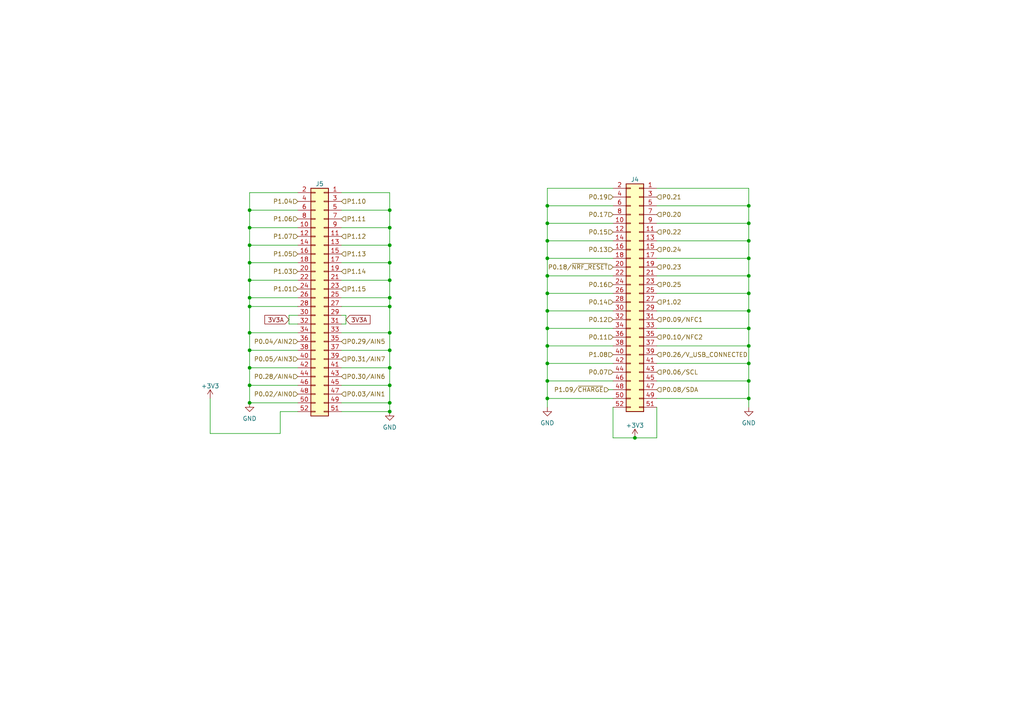
<source format=kicad_sch>
(kicad_sch (version 20230121) (generator eeschema)

  (uuid d777fe18-795b-466a-b9ab-4c1ec28d41a7)

  (paper "A4")

  (title_block
    (title "Board To Board Connectors")
    (rev "3")
    (company "Kane Stoboi")
  )

  (lib_symbols
    (symbol "Connector_Generic:Conn_02x26_Odd_Even" (pin_names (offset 1.016) hide) (in_bom yes) (on_board yes)
      (property "Reference" "J" (at 1.27 33.02 0)
        (effects (font (size 1.27 1.27)))
      )
      (property "Value" "Conn_02x26_Odd_Even" (at 1.27 -35.56 0)
        (effects (font (size 1.27 1.27)))
      )
      (property "Footprint" "" (at 0 0 0)
        (effects (font (size 1.27 1.27)) hide)
      )
      (property "Datasheet" "~" (at 0 0 0)
        (effects (font (size 1.27 1.27)) hide)
      )
      (property "ki_keywords" "connector" (at 0 0 0)
        (effects (font (size 1.27 1.27)) hide)
      )
      (property "ki_description" "Generic connector, double row, 02x26, odd/even pin numbering scheme (row 1 odd numbers, row 2 even numbers), script generated (kicad-library-utils/schlib/autogen/connector/)" (at 0 0 0)
        (effects (font (size 1.27 1.27)) hide)
      )
      (property "ki_fp_filters" "Connector*:*_2x??_*" (at 0 0 0)
        (effects (font (size 1.27 1.27)) hide)
      )
      (symbol "Conn_02x26_Odd_Even_1_1"
        (rectangle (start -1.27 -32.893) (end 0 -33.147)
          (stroke (width 0.1524) (type default))
          (fill (type none))
        )
        (rectangle (start -1.27 -30.353) (end 0 -30.607)
          (stroke (width 0.1524) (type default))
          (fill (type none))
        )
        (rectangle (start -1.27 -27.813) (end 0 -28.067)
          (stroke (width 0.1524) (type default))
          (fill (type none))
        )
        (rectangle (start -1.27 -25.273) (end 0 -25.527)
          (stroke (width 0.1524) (type default))
          (fill (type none))
        )
        (rectangle (start -1.27 -22.733) (end 0 -22.987)
          (stroke (width 0.1524) (type default))
          (fill (type none))
        )
        (rectangle (start -1.27 -20.193) (end 0 -20.447)
          (stroke (width 0.1524) (type default))
          (fill (type none))
        )
        (rectangle (start -1.27 -17.653) (end 0 -17.907)
          (stroke (width 0.1524) (type default))
          (fill (type none))
        )
        (rectangle (start -1.27 -15.113) (end 0 -15.367)
          (stroke (width 0.1524) (type default))
          (fill (type none))
        )
        (rectangle (start -1.27 -12.573) (end 0 -12.827)
          (stroke (width 0.1524) (type default))
          (fill (type none))
        )
        (rectangle (start -1.27 -10.033) (end 0 -10.287)
          (stroke (width 0.1524) (type default))
          (fill (type none))
        )
        (rectangle (start -1.27 -7.493) (end 0 -7.747)
          (stroke (width 0.1524) (type default))
          (fill (type none))
        )
        (rectangle (start -1.27 -4.953) (end 0 -5.207)
          (stroke (width 0.1524) (type default))
          (fill (type none))
        )
        (rectangle (start -1.27 -2.413) (end 0 -2.667)
          (stroke (width 0.1524) (type default))
          (fill (type none))
        )
        (rectangle (start -1.27 0.127) (end 0 -0.127)
          (stroke (width 0.1524) (type default))
          (fill (type none))
        )
        (rectangle (start -1.27 2.667) (end 0 2.413)
          (stroke (width 0.1524) (type default))
          (fill (type none))
        )
        (rectangle (start -1.27 5.207) (end 0 4.953)
          (stroke (width 0.1524) (type default))
          (fill (type none))
        )
        (rectangle (start -1.27 7.747) (end 0 7.493)
          (stroke (width 0.1524) (type default))
          (fill (type none))
        )
        (rectangle (start -1.27 10.287) (end 0 10.033)
          (stroke (width 0.1524) (type default))
          (fill (type none))
        )
        (rectangle (start -1.27 12.827) (end 0 12.573)
          (stroke (width 0.1524) (type default))
          (fill (type none))
        )
        (rectangle (start -1.27 15.367) (end 0 15.113)
          (stroke (width 0.1524) (type default))
          (fill (type none))
        )
        (rectangle (start -1.27 17.907) (end 0 17.653)
          (stroke (width 0.1524) (type default))
          (fill (type none))
        )
        (rectangle (start -1.27 20.447) (end 0 20.193)
          (stroke (width 0.1524) (type default))
          (fill (type none))
        )
        (rectangle (start -1.27 22.987) (end 0 22.733)
          (stroke (width 0.1524) (type default))
          (fill (type none))
        )
        (rectangle (start -1.27 25.527) (end 0 25.273)
          (stroke (width 0.1524) (type default))
          (fill (type none))
        )
        (rectangle (start -1.27 28.067) (end 0 27.813)
          (stroke (width 0.1524) (type default))
          (fill (type none))
        )
        (rectangle (start -1.27 30.607) (end 0 30.353)
          (stroke (width 0.1524) (type default))
          (fill (type none))
        )
        (rectangle (start -1.27 31.75) (end 3.81 -34.29)
          (stroke (width 0.254) (type default))
          (fill (type background))
        )
        (rectangle (start 3.81 -32.893) (end 2.54 -33.147)
          (stroke (width 0.1524) (type default))
          (fill (type none))
        )
        (rectangle (start 3.81 -30.353) (end 2.54 -30.607)
          (stroke (width 0.1524) (type default))
          (fill (type none))
        )
        (rectangle (start 3.81 -27.813) (end 2.54 -28.067)
          (stroke (width 0.1524) (type default))
          (fill (type none))
        )
        (rectangle (start 3.81 -25.273) (end 2.54 -25.527)
          (stroke (width 0.1524) (type default))
          (fill (type none))
        )
        (rectangle (start 3.81 -22.733) (end 2.54 -22.987)
          (stroke (width 0.1524) (type default))
          (fill (type none))
        )
        (rectangle (start 3.81 -20.193) (end 2.54 -20.447)
          (stroke (width 0.1524) (type default))
          (fill (type none))
        )
        (rectangle (start 3.81 -17.653) (end 2.54 -17.907)
          (stroke (width 0.1524) (type default))
          (fill (type none))
        )
        (rectangle (start 3.81 -15.113) (end 2.54 -15.367)
          (stroke (width 0.1524) (type default))
          (fill (type none))
        )
        (rectangle (start 3.81 -12.573) (end 2.54 -12.827)
          (stroke (width 0.1524) (type default))
          (fill (type none))
        )
        (rectangle (start 3.81 -10.033) (end 2.54 -10.287)
          (stroke (width 0.1524) (type default))
          (fill (type none))
        )
        (rectangle (start 3.81 -7.493) (end 2.54 -7.747)
          (stroke (width 0.1524) (type default))
          (fill (type none))
        )
        (rectangle (start 3.81 -4.953) (end 2.54 -5.207)
          (stroke (width 0.1524) (type default))
          (fill (type none))
        )
        (rectangle (start 3.81 -2.413) (end 2.54 -2.667)
          (stroke (width 0.1524) (type default))
          (fill (type none))
        )
        (rectangle (start 3.81 0.127) (end 2.54 -0.127)
          (stroke (width 0.1524) (type default))
          (fill (type none))
        )
        (rectangle (start 3.81 2.667) (end 2.54 2.413)
          (stroke (width 0.1524) (type default))
          (fill (type none))
        )
        (rectangle (start 3.81 5.207) (end 2.54 4.953)
          (stroke (width 0.1524) (type default))
          (fill (type none))
        )
        (rectangle (start 3.81 7.747) (end 2.54 7.493)
          (stroke (width 0.1524) (type default))
          (fill (type none))
        )
        (rectangle (start 3.81 10.287) (end 2.54 10.033)
          (stroke (width 0.1524) (type default))
          (fill (type none))
        )
        (rectangle (start 3.81 12.827) (end 2.54 12.573)
          (stroke (width 0.1524) (type default))
          (fill (type none))
        )
        (rectangle (start 3.81 15.367) (end 2.54 15.113)
          (stroke (width 0.1524) (type default))
          (fill (type none))
        )
        (rectangle (start 3.81 17.907) (end 2.54 17.653)
          (stroke (width 0.1524) (type default))
          (fill (type none))
        )
        (rectangle (start 3.81 20.447) (end 2.54 20.193)
          (stroke (width 0.1524) (type default))
          (fill (type none))
        )
        (rectangle (start 3.81 22.987) (end 2.54 22.733)
          (stroke (width 0.1524) (type default))
          (fill (type none))
        )
        (rectangle (start 3.81 25.527) (end 2.54 25.273)
          (stroke (width 0.1524) (type default))
          (fill (type none))
        )
        (rectangle (start 3.81 28.067) (end 2.54 27.813)
          (stroke (width 0.1524) (type default))
          (fill (type none))
        )
        (rectangle (start 3.81 30.607) (end 2.54 30.353)
          (stroke (width 0.1524) (type default))
          (fill (type none))
        )
        (pin passive line (at -5.08 30.48 0) (length 3.81)
          (name "Pin_1" (effects (font (size 1.27 1.27))))
          (number "1" (effects (font (size 1.27 1.27))))
        )
        (pin passive line (at 7.62 20.32 180) (length 3.81)
          (name "Pin_10" (effects (font (size 1.27 1.27))))
          (number "10" (effects (font (size 1.27 1.27))))
        )
        (pin passive line (at -5.08 17.78 0) (length 3.81)
          (name "Pin_11" (effects (font (size 1.27 1.27))))
          (number "11" (effects (font (size 1.27 1.27))))
        )
        (pin passive line (at 7.62 17.78 180) (length 3.81)
          (name "Pin_12" (effects (font (size 1.27 1.27))))
          (number "12" (effects (font (size 1.27 1.27))))
        )
        (pin passive line (at -5.08 15.24 0) (length 3.81)
          (name "Pin_13" (effects (font (size 1.27 1.27))))
          (number "13" (effects (font (size 1.27 1.27))))
        )
        (pin passive line (at 7.62 15.24 180) (length 3.81)
          (name "Pin_14" (effects (font (size 1.27 1.27))))
          (number "14" (effects (font (size 1.27 1.27))))
        )
        (pin passive line (at -5.08 12.7 0) (length 3.81)
          (name "Pin_15" (effects (font (size 1.27 1.27))))
          (number "15" (effects (font (size 1.27 1.27))))
        )
        (pin passive line (at 7.62 12.7 180) (length 3.81)
          (name "Pin_16" (effects (font (size 1.27 1.27))))
          (number "16" (effects (font (size 1.27 1.27))))
        )
        (pin passive line (at -5.08 10.16 0) (length 3.81)
          (name "Pin_17" (effects (font (size 1.27 1.27))))
          (number "17" (effects (font (size 1.27 1.27))))
        )
        (pin passive line (at 7.62 10.16 180) (length 3.81)
          (name "Pin_18" (effects (font (size 1.27 1.27))))
          (number "18" (effects (font (size 1.27 1.27))))
        )
        (pin passive line (at -5.08 7.62 0) (length 3.81)
          (name "Pin_19" (effects (font (size 1.27 1.27))))
          (number "19" (effects (font (size 1.27 1.27))))
        )
        (pin passive line (at 7.62 30.48 180) (length 3.81)
          (name "Pin_2" (effects (font (size 1.27 1.27))))
          (number "2" (effects (font (size 1.27 1.27))))
        )
        (pin passive line (at 7.62 7.62 180) (length 3.81)
          (name "Pin_20" (effects (font (size 1.27 1.27))))
          (number "20" (effects (font (size 1.27 1.27))))
        )
        (pin passive line (at -5.08 5.08 0) (length 3.81)
          (name "Pin_21" (effects (font (size 1.27 1.27))))
          (number "21" (effects (font (size 1.27 1.27))))
        )
        (pin passive line (at 7.62 5.08 180) (length 3.81)
          (name "Pin_22" (effects (font (size 1.27 1.27))))
          (number "22" (effects (font (size 1.27 1.27))))
        )
        (pin passive line (at -5.08 2.54 0) (length 3.81)
          (name "Pin_23" (effects (font (size 1.27 1.27))))
          (number "23" (effects (font (size 1.27 1.27))))
        )
        (pin passive line (at 7.62 2.54 180) (length 3.81)
          (name "Pin_24" (effects (font (size 1.27 1.27))))
          (number "24" (effects (font (size 1.27 1.27))))
        )
        (pin passive line (at -5.08 0 0) (length 3.81)
          (name "Pin_25" (effects (font (size 1.27 1.27))))
          (number "25" (effects (font (size 1.27 1.27))))
        )
        (pin passive line (at 7.62 0 180) (length 3.81)
          (name "Pin_26" (effects (font (size 1.27 1.27))))
          (number "26" (effects (font (size 1.27 1.27))))
        )
        (pin passive line (at -5.08 -2.54 0) (length 3.81)
          (name "Pin_27" (effects (font (size 1.27 1.27))))
          (number "27" (effects (font (size 1.27 1.27))))
        )
        (pin passive line (at 7.62 -2.54 180) (length 3.81)
          (name "Pin_28" (effects (font (size 1.27 1.27))))
          (number "28" (effects (font (size 1.27 1.27))))
        )
        (pin passive line (at -5.08 -5.08 0) (length 3.81)
          (name "Pin_29" (effects (font (size 1.27 1.27))))
          (number "29" (effects (font (size 1.27 1.27))))
        )
        (pin passive line (at -5.08 27.94 0) (length 3.81)
          (name "Pin_3" (effects (font (size 1.27 1.27))))
          (number "3" (effects (font (size 1.27 1.27))))
        )
        (pin passive line (at 7.62 -5.08 180) (length 3.81)
          (name "Pin_30" (effects (font (size 1.27 1.27))))
          (number "30" (effects (font (size 1.27 1.27))))
        )
        (pin passive line (at -5.08 -7.62 0) (length 3.81)
          (name "Pin_31" (effects (font (size 1.27 1.27))))
          (number "31" (effects (font (size 1.27 1.27))))
        )
        (pin passive line (at 7.62 -7.62 180) (length 3.81)
          (name "Pin_32" (effects (font (size 1.27 1.27))))
          (number "32" (effects (font (size 1.27 1.27))))
        )
        (pin passive line (at -5.08 -10.16 0) (length 3.81)
          (name "Pin_33" (effects (font (size 1.27 1.27))))
          (number "33" (effects (font (size 1.27 1.27))))
        )
        (pin passive line (at 7.62 -10.16 180) (length 3.81)
          (name "Pin_34" (effects (font (size 1.27 1.27))))
          (number "34" (effects (font (size 1.27 1.27))))
        )
        (pin passive line (at -5.08 -12.7 0) (length 3.81)
          (name "Pin_35" (effects (font (size 1.27 1.27))))
          (number "35" (effects (font (size 1.27 1.27))))
        )
        (pin passive line (at 7.62 -12.7 180) (length 3.81)
          (name "Pin_36" (effects (font (size 1.27 1.27))))
          (number "36" (effects (font (size 1.27 1.27))))
        )
        (pin passive line (at -5.08 -15.24 0) (length 3.81)
          (name "Pin_37" (effects (font (size 1.27 1.27))))
          (number "37" (effects (font (size 1.27 1.27))))
        )
        (pin passive line (at 7.62 -15.24 180) (length 3.81)
          (name "Pin_38" (effects (font (size 1.27 1.27))))
          (number "38" (effects (font (size 1.27 1.27))))
        )
        (pin passive line (at -5.08 -17.78 0) (length 3.81)
          (name "Pin_39" (effects (font (size 1.27 1.27))))
          (number "39" (effects (font (size 1.27 1.27))))
        )
        (pin passive line (at 7.62 27.94 180) (length 3.81)
          (name "Pin_4" (effects (font (size 1.27 1.27))))
          (number "4" (effects (font (size 1.27 1.27))))
        )
        (pin passive line (at 7.62 -17.78 180) (length 3.81)
          (name "Pin_40" (effects (font (size 1.27 1.27))))
          (number "40" (effects (font (size 1.27 1.27))))
        )
        (pin passive line (at -5.08 -20.32 0) (length 3.81)
          (name "Pin_41" (effects (font (size 1.27 1.27))))
          (number "41" (effects (font (size 1.27 1.27))))
        )
        (pin passive line (at 7.62 -20.32 180) (length 3.81)
          (name "Pin_42" (effects (font (size 1.27 1.27))))
          (number "42" (effects (font (size 1.27 1.27))))
        )
        (pin passive line (at -5.08 -22.86 0) (length 3.81)
          (name "Pin_43" (effects (font (size 1.27 1.27))))
          (number "43" (effects (font (size 1.27 1.27))))
        )
        (pin passive line (at 7.62 -22.86 180) (length 3.81)
          (name "Pin_44" (effects (font (size 1.27 1.27))))
          (number "44" (effects (font (size 1.27 1.27))))
        )
        (pin passive line (at -5.08 -25.4 0) (length 3.81)
          (name "Pin_45" (effects (font (size 1.27 1.27))))
          (number "45" (effects (font (size 1.27 1.27))))
        )
        (pin passive line (at 7.62 -25.4 180) (length 3.81)
          (name "Pin_46" (effects (font (size 1.27 1.27))))
          (number "46" (effects (font (size 1.27 1.27))))
        )
        (pin passive line (at -5.08 -27.94 0) (length 3.81)
          (name "Pin_47" (effects (font (size 1.27 1.27))))
          (number "47" (effects (font (size 1.27 1.27))))
        )
        (pin passive line (at 7.62 -27.94 180) (length 3.81)
          (name "Pin_48" (effects (font (size 1.27 1.27))))
          (number "48" (effects (font (size 1.27 1.27))))
        )
        (pin passive line (at -5.08 -30.48 0) (length 3.81)
          (name "Pin_49" (effects (font (size 1.27 1.27))))
          (number "49" (effects (font (size 1.27 1.27))))
        )
        (pin passive line (at -5.08 25.4 0) (length 3.81)
          (name "Pin_5" (effects (font (size 1.27 1.27))))
          (number "5" (effects (font (size 1.27 1.27))))
        )
        (pin passive line (at 7.62 -30.48 180) (length 3.81)
          (name "Pin_50" (effects (font (size 1.27 1.27))))
          (number "50" (effects (font (size 1.27 1.27))))
        )
        (pin passive line (at -5.08 -33.02 0) (length 3.81)
          (name "Pin_51" (effects (font (size 1.27 1.27))))
          (number "51" (effects (font (size 1.27 1.27))))
        )
        (pin passive line (at 7.62 -33.02 180) (length 3.81)
          (name "Pin_52" (effects (font (size 1.27 1.27))))
          (number "52" (effects (font (size 1.27 1.27))))
        )
        (pin passive line (at 7.62 25.4 180) (length 3.81)
          (name "Pin_6" (effects (font (size 1.27 1.27))))
          (number "6" (effects (font (size 1.27 1.27))))
        )
        (pin passive line (at -5.08 22.86 0) (length 3.81)
          (name "Pin_7" (effects (font (size 1.27 1.27))))
          (number "7" (effects (font (size 1.27 1.27))))
        )
        (pin passive line (at 7.62 22.86 180) (length 3.81)
          (name "Pin_8" (effects (font (size 1.27 1.27))))
          (number "8" (effects (font (size 1.27 1.27))))
        )
        (pin passive line (at -5.08 20.32 0) (length 3.81)
          (name "Pin_9" (effects (font (size 1.27 1.27))))
          (number "9" (effects (font (size 1.27 1.27))))
        )
      )
    )
    (symbol "power:+3V3" (power) (pin_names (offset 0)) (in_bom yes) (on_board yes)
      (property "Reference" "#PWR" (at 0 -3.81 0)
        (effects (font (size 1.27 1.27)) hide)
      )
      (property "Value" "+3V3" (at 0 3.556 0)
        (effects (font (size 1.27 1.27)))
      )
      (property "Footprint" "" (at 0 0 0)
        (effects (font (size 1.27 1.27)) hide)
      )
      (property "Datasheet" "" (at 0 0 0)
        (effects (font (size 1.27 1.27)) hide)
      )
      (property "ki_keywords" "global power" (at 0 0 0)
        (effects (font (size 1.27 1.27)) hide)
      )
      (property "ki_description" "Power symbol creates a global label with name \"+3V3\"" (at 0 0 0)
        (effects (font (size 1.27 1.27)) hide)
      )
      (symbol "+3V3_0_1"
        (polyline
          (pts
            (xy -0.762 1.27)
            (xy 0 2.54)
          )
          (stroke (width 0) (type default))
          (fill (type none))
        )
        (polyline
          (pts
            (xy 0 0)
            (xy 0 2.54)
          )
          (stroke (width 0) (type default))
          (fill (type none))
        )
        (polyline
          (pts
            (xy 0 2.54)
            (xy 0.762 1.27)
          )
          (stroke (width 0) (type default))
          (fill (type none))
        )
      )
      (symbol "+3V3_1_1"
        (pin power_in line (at 0 0 90) (length 0) hide
          (name "+3V3" (effects (font (size 1.27 1.27))))
          (number "1" (effects (font (size 1.27 1.27))))
        )
      )
    )
    (symbol "power:GND" (power) (pin_names (offset 0)) (in_bom yes) (on_board yes)
      (property "Reference" "#PWR" (at 0 -6.35 0)
        (effects (font (size 1.27 1.27)) hide)
      )
      (property "Value" "GND" (at 0 -3.81 0)
        (effects (font (size 1.27 1.27)))
      )
      (property "Footprint" "" (at 0 0 0)
        (effects (font (size 1.27 1.27)) hide)
      )
      (property "Datasheet" "" (at 0 0 0)
        (effects (font (size 1.27 1.27)) hide)
      )
      (property "ki_keywords" "global power" (at 0 0 0)
        (effects (font (size 1.27 1.27)) hide)
      )
      (property "ki_description" "Power symbol creates a global label with name \"GND\" , ground" (at 0 0 0)
        (effects (font (size 1.27 1.27)) hide)
      )
      (symbol "GND_0_1"
        (polyline
          (pts
            (xy 0 0)
            (xy 0 -1.27)
            (xy 1.27 -1.27)
            (xy 0 -2.54)
            (xy -1.27 -1.27)
            (xy 0 -1.27)
          )
          (stroke (width 0) (type default))
          (fill (type none))
        )
      )
      (symbol "GND_1_1"
        (pin power_in line (at 0 0 270) (length 0) hide
          (name "GND" (effects (font (size 1.27 1.27))))
          (number "1" (effects (font (size 1.27 1.27))))
        )
      )
    )
  )

  (junction (at 72.39 88.9) (diameter 0) (color 0 0 0 0)
    (uuid 080312d7-2a58-4e61-bd77-08205e7cddca)
  )
  (junction (at 158.75 64.77) (diameter 0) (color 0 0 0 0)
    (uuid 0a4e172d-e2c6-4b8c-9e0a-7276d4952db0)
  )
  (junction (at 217.17 59.69) (diameter 0) (color 0 0 0 0)
    (uuid 0ad63fab-0795-46a5-ab9d-a5d1cc7af309)
  )
  (junction (at 72.39 71.12) (diameter 0) (color 0 0 0 0)
    (uuid 0c3ed166-6753-4d0d-b2c7-90b83913b79a)
  )
  (junction (at 158.75 85.09) (diameter 0) (color 0 0 0 0)
    (uuid 1213c480-0246-4ec3-aa44-686839f40e68)
  )
  (junction (at 217.17 85.09) (diameter 0) (color 0 0 0 0)
    (uuid 12c5f4b4-527b-4cef-9e13-ef0a2bec9323)
  )
  (junction (at 113.03 88.9) (diameter 0) (color 0 0 0 0)
    (uuid 1d8fb6c1-4abd-4fc9-af69-6ef8aa068cdd)
  )
  (junction (at 158.75 115.57) (diameter 0) (color 0 0 0 0)
    (uuid 21f1a9dc-1f39-4078-b9bf-376df4661b1b)
  )
  (junction (at 158.75 59.69) (diameter 0) (color 0 0 0 0)
    (uuid 26b295d0-75c3-4ba9-9c76-a35a48bbf832)
  )
  (junction (at 217.17 110.49) (diameter 0) (color 0 0 0 0)
    (uuid 29f08ecb-509b-479f-8b56-57fc969e4d4f)
  )
  (junction (at 72.39 81.28) (diameter 0) (color 0 0 0 0)
    (uuid 37bf4625-cadb-49d2-a222-510f563d9043)
  )
  (junction (at 158.75 95.25) (diameter 0) (color 0 0 0 0)
    (uuid 3db77cc5-7e68-4545-861e-ead7eb561350)
  )
  (junction (at 113.03 101.6) (diameter 0) (color 0 0 0 0)
    (uuid 3eca1f5f-dc6e-429e-bf79-1e4740f0e604)
  )
  (junction (at 217.17 74.93) (diameter 0) (color 0 0 0 0)
    (uuid 400d13e6-4aec-4fe5-a136-02f6c9fc78f3)
  )
  (junction (at 113.03 96.52) (diameter 0) (color 0 0 0 0)
    (uuid 4039ea2c-fa7e-4214-ae43-ab6a56625491)
  )
  (junction (at 217.17 100.33) (diameter 0) (color 0 0 0 0)
    (uuid 459271b9-9f52-45ec-889f-e39680d81dbc)
  )
  (junction (at 113.03 60.96) (diameter 0) (color 0 0 0 0)
    (uuid 508441ac-49e7-49ff-82db-ab9804ec5c76)
  )
  (junction (at 113.03 106.68) (diameter 0) (color 0 0 0 0)
    (uuid 57ee068c-1f96-4d73-bf8f-96777d2792db)
  )
  (junction (at 113.03 116.84) (diameter 0) (color 0 0 0 0)
    (uuid 5e04596c-c546-4fe2-9a48-c5ee10bf3c6e)
  )
  (junction (at 217.17 105.41) (diameter 0) (color 0 0 0 0)
    (uuid 63ea4bbd-1923-4e4f-a6b8-cb1939b7cc4a)
  )
  (junction (at 184.15 127) (diameter 0) (color 0 0 0 0)
    (uuid 65481263-1676-4552-9750-9b026941d609)
  )
  (junction (at 158.75 100.33) (diameter 0) (color 0 0 0 0)
    (uuid 65dcc2c7-764e-4782-831d-50eb7353bab3)
  )
  (junction (at 217.17 64.77) (diameter 0) (color 0 0 0 0)
    (uuid 6df85363-a95f-4777-9eaf-2be646904602)
  )
  (junction (at 158.75 105.41) (diameter 0) (color 0 0 0 0)
    (uuid 7d04e99e-be03-43a0-8985-036578a5ac44)
  )
  (junction (at 72.39 101.6) (diameter 0) (color 0 0 0 0)
    (uuid 7fff01cf-2491-4a08-867f-b1aa37fa93e9)
  )
  (junction (at 113.03 81.28) (diameter 0) (color 0 0 0 0)
    (uuid 8134e817-cc45-470a-86f5-364a90fc0281)
  )
  (junction (at 113.03 76.2) (diameter 0) (color 0 0 0 0)
    (uuid 85d323cf-7252-4c42-bb90-2da7ddf3f72a)
  )
  (junction (at 72.39 66.04) (diameter 0) (color 0 0 0 0)
    (uuid 8c73e723-3075-46e3-ae2e-314545f717e9)
  )
  (junction (at 113.03 86.36) (diameter 0) (color 0 0 0 0)
    (uuid 97171fd4-970c-464f-ba50-efc404bc6f61)
  )
  (junction (at 158.75 80.01) (diameter 0) (color 0 0 0 0)
    (uuid 97833d8a-1568-413d-9b85-07c9bae5a77f)
  )
  (junction (at 113.03 71.12) (diameter 0) (color 0 0 0 0)
    (uuid 9a0852f5-1d7b-420c-b345-66e4b6b76771)
  )
  (junction (at 72.39 111.76) (diameter 0) (color 0 0 0 0)
    (uuid 9e203b9e-f63a-4438-83e8-268f8a82e6e6)
  )
  (junction (at 217.17 95.25) (diameter 0) (color 0 0 0 0)
    (uuid 9e4a1995-c6d1-4111-a09f-ef6313853055)
  )
  (junction (at 72.39 76.2) (diameter 0) (color 0 0 0 0)
    (uuid a7d28c53-872b-4634-b402-e0812df1ae92)
  )
  (junction (at 72.39 86.36) (diameter 0) (color 0 0 0 0)
    (uuid ad2b0e47-3d5b-447e-9aee-9aab0813bf9f)
  )
  (junction (at 217.17 69.85) (diameter 0) (color 0 0 0 0)
    (uuid b3c6e9f5-cb30-42ca-90d6-23f976c3be81)
  )
  (junction (at 217.17 90.17) (diameter 0) (color 0 0 0 0)
    (uuid b97bd07b-5915-408e-b722-94a820e813b2)
  )
  (junction (at 158.75 74.93) (diameter 0) (color 0 0 0 0)
    (uuid ba0cccbe-9602-4f95-a434-034d061a12f3)
  )
  (junction (at 72.39 106.68) (diameter 0) (color 0 0 0 0)
    (uuid bc81ed29-cabe-49e8-b7f4-cd79f251646b)
  )
  (junction (at 113.03 66.04) (diameter 0) (color 0 0 0 0)
    (uuid c7aac2fc-8b8e-486d-ac34-1c1edf462e66)
  )
  (junction (at 217.17 80.01) (diameter 0) (color 0 0 0 0)
    (uuid cad29522-ccf1-4f8b-9a27-d4629b27a728)
  )
  (junction (at 113.03 111.76) (diameter 0) (color 0 0 0 0)
    (uuid d02b36d9-7cb0-44e4-b109-5c9e5d121be0)
  )
  (junction (at 158.75 69.85) (diameter 0) (color 0 0 0 0)
    (uuid d7807131-d060-4a71-b004-afa9b3d33b56)
  )
  (junction (at 158.75 90.17) (diameter 0) (color 0 0 0 0)
    (uuid de6170c5-37f0-4411-a550-1e4e646300e8)
  )
  (junction (at 72.39 60.96) (diameter 0) (color 0 0 0 0)
    (uuid e7d96b58-caac-46d8-a32c-7dec2ffaba12)
  )
  (junction (at 72.39 116.84) (diameter 0) (color 0 0 0 0)
    (uuid f51b07a3-b903-4f96-b49c-dd6dfb6bd787)
  )
  (junction (at 113.03 119.38) (diameter 0) (color 0 0 0 0)
    (uuid f7736578-0cfa-4aba-96f9-cbb2e948b088)
  )
  (junction (at 158.75 110.49) (diameter 0) (color 0 0 0 0)
    (uuid f9f99a0b-0360-45bc-a0cb-44b6c01f9202)
  )
  (junction (at 72.39 96.52) (diameter 0) (color 0 0 0 0)
    (uuid fc5d8b45-bb4e-4796-a22d-42fe2659c50c)
  )
  (junction (at 217.17 115.57) (diameter 0) (color 0 0 0 0)
    (uuid fd97f511-f11d-454a-91d0-c300868c90c3)
  )

  (wire (pts (xy 158.75 100.33) (xy 158.75 105.41))
    (stroke (width 0) (type default))
    (uuid 00b0a243-1a06-43a4-b7e2-28e2ec8c1a0e)
  )
  (wire (pts (xy 99.06 116.84) (xy 113.03 116.84))
    (stroke (width 0) (type default))
    (uuid 033dd1ac-e7e6-4b99-9e89-f2b24cf2deb1)
  )
  (wire (pts (xy 99.06 81.28) (xy 113.03 81.28))
    (stroke (width 0) (type default))
    (uuid 04780e66-77f5-4080-b839-363a51871c29)
  )
  (wire (pts (xy 113.03 88.9) (xy 113.03 96.52))
    (stroke (width 0) (type default))
    (uuid 059526fb-e2e6-407c-86a7-5a7f13955e0d)
  )
  (wire (pts (xy 86.36 119.38) (xy 81.28 119.38))
    (stroke (width 0) (type default))
    (uuid 05c65aad-601a-4258-b5ce-1233d67990e8)
  )
  (wire (pts (xy 217.17 69.85) (xy 217.17 74.93))
    (stroke (width 0) (type default))
    (uuid 0621ea9c-4eb1-4dc9-acbb-f4e975978c9f)
  )
  (wire (pts (xy 72.39 66.04) (xy 72.39 71.12))
    (stroke (width 0) (type default))
    (uuid 09db8394-41e7-4a75-9b1d-55ed9f30b375)
  )
  (wire (pts (xy 99.06 66.04) (xy 113.03 66.04))
    (stroke (width 0) (type default))
    (uuid 0d825451-55f0-4807-a57e-87e1b9a289cb)
  )
  (wire (pts (xy 100.33 91.44) (xy 100.33 93.98))
    (stroke (width 0) (type default))
    (uuid 0e421571-3ba8-4359-a0f7-a308464377a4)
  )
  (wire (pts (xy 158.75 95.25) (xy 158.75 100.33))
    (stroke (width 0) (type default))
    (uuid 0e9b4a6f-13e0-4f29-b63b-781dd0638d9d)
  )
  (wire (pts (xy 60.96 125.73) (xy 60.96 115.57))
    (stroke (width 0) (type default))
    (uuid 11f34f8b-e956-4d56-9a8c-cc247448cf72)
  )
  (wire (pts (xy 81.28 119.38) (xy 81.28 125.73))
    (stroke (width 0) (type default))
    (uuid 1228c782-756e-43c1-b116-c78221c29044)
  )
  (wire (pts (xy 86.36 93.98) (xy 83.82 93.98))
    (stroke (width 0) (type default))
    (uuid 15a31392-6529-42b3-9411-546353d17d25)
  )
  (wire (pts (xy 72.39 106.68) (xy 72.39 111.76))
    (stroke (width 0) (type default))
    (uuid 178cfe10-d422-474e-b878-a5761d2bc09b)
  )
  (wire (pts (xy 190.5 69.85) (xy 217.17 69.85))
    (stroke (width 0) (type default))
    (uuid 18ee8d75-f640-4e90-909e-6d78bf9ec2f3)
  )
  (wire (pts (xy 158.75 85.09) (xy 177.8 85.09))
    (stroke (width 0) (type default))
    (uuid 1e8d3181-428d-4093-9dea-02abc940f709)
  )
  (wire (pts (xy 72.39 96.52) (xy 72.39 101.6))
    (stroke (width 0) (type default))
    (uuid 1f0a05a4-af24-487a-bf89-97e44e0ffe22)
  )
  (wire (pts (xy 113.03 101.6) (xy 113.03 106.68))
    (stroke (width 0) (type default))
    (uuid 1f0ba33b-8fa7-4165-b156-0136cb38bc0e)
  )
  (wire (pts (xy 99.06 55.88) (xy 113.03 55.88))
    (stroke (width 0) (type default))
    (uuid 1fc9b70d-5fd8-424a-a7a4-bebef4e12b62)
  )
  (wire (pts (xy 190.5 80.01) (xy 217.17 80.01))
    (stroke (width 0) (type default))
    (uuid 2730b5e2-41b2-4848-81d3-695daf17e22a)
  )
  (wire (pts (xy 158.75 110.49) (xy 158.75 115.57))
    (stroke (width 0) (type default))
    (uuid 2eaad984-375c-4020-9555-d78d65e5f723)
  )
  (wire (pts (xy 190.5 110.49) (xy 217.17 110.49))
    (stroke (width 0) (type default))
    (uuid 325991e3-24a4-443e-aa0f-70b322129dcc)
  )
  (wire (pts (xy 158.75 105.41) (xy 177.8 105.41))
    (stroke (width 0) (type default))
    (uuid 33531a3b-6e65-42b7-bb9b-ce1447c00733)
  )
  (wire (pts (xy 81.28 125.73) (xy 60.96 125.73))
    (stroke (width 0) (type default))
    (uuid 345336ac-2799-4919-a984-3aea5af11450)
  )
  (wire (pts (xy 72.39 81.28) (xy 86.36 81.28))
    (stroke (width 0) (type default))
    (uuid 352c1efc-2db8-4c03-a0bb-3ad221449b77)
  )
  (wire (pts (xy 217.17 90.17) (xy 190.5 90.17))
    (stroke (width 0) (type default))
    (uuid 36099eba-be69-4349-9ce2-989f4fca7b7b)
  )
  (wire (pts (xy 217.17 64.77) (xy 217.17 69.85))
    (stroke (width 0) (type default))
    (uuid 36f3a6b6-5829-4b8f-b8ac-8d1f12b34c8f)
  )
  (wire (pts (xy 72.39 60.96) (xy 86.36 60.96))
    (stroke (width 0) (type default))
    (uuid 3706502f-aea9-4ca1-a3f3-a96ad3ffe9db)
  )
  (wire (pts (xy 190.5 74.93) (xy 217.17 74.93))
    (stroke (width 0) (type default))
    (uuid 39508750-32bc-4243-8b39-0093c24de6cf)
  )
  (wire (pts (xy 99.06 71.12) (xy 113.03 71.12))
    (stroke (width 0) (type default))
    (uuid 39d83275-6e91-4a2f-86c3-5a7e93decaf4)
  )
  (wire (pts (xy 190.5 100.33) (xy 217.17 100.33))
    (stroke (width 0) (type default))
    (uuid 3b6b3850-994f-4967-94d1-a2c9e14caab1)
  )
  (wire (pts (xy 99.06 96.52) (xy 113.03 96.52))
    (stroke (width 0) (type default))
    (uuid 3f79d9c8-43ec-49c8-95f6-bb9a5ea5e931)
  )
  (wire (pts (xy 113.03 111.76) (xy 113.03 116.84))
    (stroke (width 0) (type default))
    (uuid 4115454c-51ae-4363-8fe8-b91b7c6f2134)
  )
  (wire (pts (xy 72.39 60.96) (xy 72.39 66.04))
    (stroke (width 0) (type default))
    (uuid 442e7180-f9b0-445c-8a9b-48b14c5ec6a9)
  )
  (wire (pts (xy 158.75 54.61) (xy 177.8 54.61))
    (stroke (width 0) (type default))
    (uuid 4473f93e-e146-4b05-8687-35524b470e9b)
  )
  (wire (pts (xy 217.17 105.41) (xy 217.17 110.49))
    (stroke (width 0) (type default))
    (uuid 481e36c6-2465-4bba-825d-05a851669a5b)
  )
  (wire (pts (xy 99.06 119.38) (xy 113.03 119.38))
    (stroke (width 0) (type default))
    (uuid 4a6df4b5-c5bd-48e6-b758-31e41cab5e8a)
  )
  (wire (pts (xy 72.39 86.36) (xy 86.36 86.36))
    (stroke (width 0) (type default))
    (uuid 4fc7a711-3156-46e3-9f98-9538f4a55975)
  )
  (wire (pts (xy 217.17 74.93) (xy 217.17 80.01))
    (stroke (width 0) (type default))
    (uuid 503e939f-cfd4-4b34-8705-84363aa94146)
  )
  (wire (pts (xy 99.06 111.76) (xy 113.03 111.76))
    (stroke (width 0) (type default))
    (uuid 601d1ab6-d0c7-4067-935c-bdcd9e7153a2)
  )
  (wire (pts (xy 113.03 86.36) (xy 113.03 88.9))
    (stroke (width 0) (type default))
    (uuid 63efcc1d-56f8-4b1a-95c3-2b61d1a26179)
  )
  (wire (pts (xy 217.17 90.17) (xy 217.17 95.25))
    (stroke (width 0) (type default))
    (uuid 6671f99d-d61a-4479-8ae1-b23952428312)
  )
  (wire (pts (xy 72.39 106.68) (xy 86.36 106.68))
    (stroke (width 0) (type default))
    (uuid 6690fab0-1ef4-46e5-884e-9eaeb3754f33)
  )
  (wire (pts (xy 99.06 106.68) (xy 113.03 106.68))
    (stroke (width 0) (type default))
    (uuid 66dbae60-4dee-46a2-9208-b33dd4ff562c)
  )
  (wire (pts (xy 184.15 127) (xy 190.5 127))
    (stroke (width 0) (type default))
    (uuid 69f164f0-36ca-4501-9cbe-c2367e35a46e)
  )
  (wire (pts (xy 113.03 96.52) (xy 113.03 101.6))
    (stroke (width 0) (type default))
    (uuid 6afa8fd8-9f1b-4f8f-b669-a1f2bc8e9e00)
  )
  (wire (pts (xy 177.8 118.11) (xy 177.8 127))
    (stroke (width 0) (type default))
    (uuid 6c0c45f4-a0c5-4509-a304-dacf3162c5da)
  )
  (wire (pts (xy 72.39 71.12) (xy 86.36 71.12))
    (stroke (width 0) (type default))
    (uuid 6d955a64-a36d-4de5-a6a1-339dd00d0f33)
  )
  (wire (pts (xy 190.5 54.61) (xy 217.17 54.61))
    (stroke (width 0) (type default))
    (uuid 6ff8b69b-bf7f-4a94-8b47-8bf829148989)
  )
  (wire (pts (xy 72.39 86.36) (xy 72.39 88.9))
    (stroke (width 0) (type default))
    (uuid 71f296d9-19ed-4ed0-ad7b-00dd60947c2d)
  )
  (wire (pts (xy 99.06 60.96) (xy 113.03 60.96))
    (stroke (width 0) (type default))
    (uuid 73479fbf-54a7-4ba3-9d34-9910866b6f8b)
  )
  (wire (pts (xy 190.5 59.69) (xy 217.17 59.69))
    (stroke (width 0) (type default))
    (uuid 747285b0-beb1-4654-9333-7e02bc80d30e)
  )
  (wire (pts (xy 158.75 74.93) (xy 177.8 74.93))
    (stroke (width 0) (type default))
    (uuid 762b4bb2-ab87-4227-9203-3fec641501ea)
  )
  (wire (pts (xy 99.06 93.98) (xy 100.33 93.98))
    (stroke (width 0) (type default))
    (uuid 795000de-da8d-4e01-a966-fed3d6ddab6c)
  )
  (wire (pts (xy 99.06 101.6) (xy 113.03 101.6))
    (stroke (width 0) (type default))
    (uuid 79eff2c0-8408-4e7e-a096-0972620ccbfe)
  )
  (wire (pts (xy 158.75 64.77) (xy 158.75 69.85))
    (stroke (width 0) (type default))
    (uuid 7d252ef9-a490-4e17-8d5c-4349f87e947e)
  )
  (wire (pts (xy 113.03 60.96) (xy 113.03 66.04))
    (stroke (width 0) (type default))
    (uuid 7f34ed8d-27ca-4700-a079-9367d4fd4605)
  )
  (wire (pts (xy 217.17 54.61) (xy 217.17 59.69))
    (stroke (width 0) (type default))
    (uuid 7fb35a69-95a3-4ab3-90ff-4fdc942723e5)
  )
  (wire (pts (xy 217.17 110.49) (xy 217.17 115.57))
    (stroke (width 0) (type default))
    (uuid 801d7c31-a415-43fc-8256-839f7868b206)
  )
  (wire (pts (xy 158.75 85.09) (xy 158.75 90.17))
    (stroke (width 0) (type default))
    (uuid 80635678-c812-4042-8b14-c4d8b62feeec)
  )
  (wire (pts (xy 158.75 80.01) (xy 158.75 85.09))
    (stroke (width 0) (type default))
    (uuid 809e5f6e-2f9a-43a1-9e58-097bb6053cd1)
  )
  (wire (pts (xy 158.75 64.77) (xy 177.8 64.77))
    (stroke (width 0) (type default))
    (uuid 81a3d783-417d-412c-855a-99bd60be81d7)
  )
  (wire (pts (xy 113.03 116.84) (xy 113.03 119.38))
    (stroke (width 0) (type default))
    (uuid 8530afc0-bf25-4dc1-bc07-6e14b4780e73)
  )
  (wire (pts (xy 72.39 71.12) (xy 72.39 76.2))
    (stroke (width 0) (type default))
    (uuid 879ac13d-55fa-4ba8-8f41-876d0761c941)
  )
  (wire (pts (xy 158.75 59.69) (xy 177.8 59.69))
    (stroke (width 0) (type default))
    (uuid 890ce963-ee3f-483d-b4b3-8d3c0b00fbb6)
  )
  (wire (pts (xy 217.17 80.01) (xy 217.17 85.09))
    (stroke (width 0) (type default))
    (uuid 8b9c7abc-24d2-4435-b46c-cdbff3949ffc)
  )
  (wire (pts (xy 72.39 101.6) (xy 86.36 101.6))
    (stroke (width 0) (type default))
    (uuid 8bc9a8cd-f64d-47ff-847c-3e1182b7ede0)
  )
  (wire (pts (xy 72.39 66.04) (xy 86.36 66.04))
    (stroke (width 0) (type default))
    (uuid 8eab2594-04ec-4d73-96ac-6941388188e7)
  )
  (wire (pts (xy 113.03 76.2) (xy 113.03 81.28))
    (stroke (width 0) (type default))
    (uuid 90529585-7e12-4403-aab9-ffe9b9c0abf2)
  )
  (wire (pts (xy 217.17 85.09) (xy 217.17 90.17))
    (stroke (width 0) (type default))
    (uuid 910c5e5f-3a04-4de1-919e-d3ec52310c6a)
  )
  (wire (pts (xy 99.06 76.2) (xy 113.03 76.2))
    (stroke (width 0) (type default))
    (uuid 91f8fbfa-ac94-42c5-a213-190c90cf7235)
  )
  (wire (pts (xy 190.5 127) (xy 190.5 118.11))
    (stroke (width 0) (type default))
    (uuid 950c6663-960d-46f5-adda-3f723077d6b5)
  )
  (wire (pts (xy 158.75 95.25) (xy 177.8 95.25))
    (stroke (width 0) (type default))
    (uuid 9712f099-fd32-4d81-8b77-acbd4b904146)
  )
  (wire (pts (xy 113.03 81.28) (xy 113.03 86.36))
    (stroke (width 0) (type default))
    (uuid 9918c1bc-725f-4487-befe-2934078c412c)
  )
  (wire (pts (xy 72.39 81.28) (xy 72.39 86.36))
    (stroke (width 0) (type default))
    (uuid 9ab2217a-96e1-471e-8726-3cc3c143b89c)
  )
  (wire (pts (xy 72.39 55.88) (xy 72.39 60.96))
    (stroke (width 0) (type default))
    (uuid 9d663738-0ced-4efc-945b-8cfe0a74bd48)
  )
  (wire (pts (xy 99.06 86.36) (xy 113.03 86.36))
    (stroke (width 0) (type default))
    (uuid a197b8d1-1b35-457a-94dd-3d314a39ff40)
  )
  (wire (pts (xy 190.5 64.77) (xy 217.17 64.77))
    (stroke (width 0) (type default))
    (uuid a90a7c4b-ee05-4cd5-a580-103d84f805ae)
  )
  (wire (pts (xy 113.03 55.88) (xy 113.03 60.96))
    (stroke (width 0) (type default))
    (uuid a95a0421-fbba-4314-bc82-924f60b3ab59)
  )
  (wire (pts (xy 83.82 91.44) (xy 83.82 93.98))
    (stroke (width 0) (type default))
    (uuid ab1ccd91-0d24-4606-8c43-98beae149bde)
  )
  (wire (pts (xy 72.39 88.9) (xy 72.39 96.52))
    (stroke (width 0) (type default))
    (uuid b2d6873f-0547-4ac4-bcaf-5bcccd746fcf)
  )
  (wire (pts (xy 217.17 59.69) (xy 217.17 64.77))
    (stroke (width 0) (type default))
    (uuid b3a377fa-d511-4863-909e-50736b22cb5a)
  )
  (wire (pts (xy 72.39 101.6) (xy 72.39 106.68))
    (stroke (width 0) (type default))
    (uuid b6a7a7fd-6a5d-44d3-9ff6-4dc73d7be92d)
  )
  (wire (pts (xy 72.39 88.9) (xy 86.36 88.9))
    (stroke (width 0) (type default))
    (uuid b712f2eb-f4e0-491d-93a0-a3ff7e26cb06)
  )
  (wire (pts (xy 113.03 106.68) (xy 113.03 111.76))
    (stroke (width 0) (type default))
    (uuid ba9efaad-17df-4daa-ace6-3a6814d7d6ca)
  )
  (wire (pts (xy 72.39 116.84) (xy 86.36 116.84))
    (stroke (width 0) (type default))
    (uuid bade2e52-42ce-4133-a148-1e751708cf9b)
  )
  (wire (pts (xy 217.17 95.25) (xy 217.17 100.33))
    (stroke (width 0) (type default))
    (uuid bd373761-e2de-45cb-b7d9-e7f0a24a1e2f)
  )
  (wire (pts (xy 177.8 127) (xy 184.15 127))
    (stroke (width 0) (type default))
    (uuid bdec22a5-eb6f-4069-9034-41b717c3f3cc)
  )
  (wire (pts (xy 158.75 69.85) (xy 177.8 69.85))
    (stroke (width 0) (type default))
    (uuid be5ac942-3769-4e10-8016-ce7ce556aaeb)
  )
  (wire (pts (xy 158.75 115.57) (xy 158.75 118.11))
    (stroke (width 0) (type default))
    (uuid c1cb0734-9e77-4619-9a29-3d16237320b4)
  )
  (wire (pts (xy 217.17 100.33) (xy 217.17 105.41))
    (stroke (width 0) (type default))
    (uuid c58dd4bf-bf24-439c-a292-5eef82b38587)
  )
  (wire (pts (xy 158.75 90.17) (xy 158.75 95.25))
    (stroke (width 0) (type default))
    (uuid c635e75a-0827-42ad-8275-b7f408b719c8)
  )
  (wire (pts (xy 113.03 71.12) (xy 113.03 76.2))
    (stroke (width 0) (type default))
    (uuid c6814c5e-04f7-46a4-ba92-8c0d0468aace)
  )
  (wire (pts (xy 86.36 91.44) (xy 83.82 91.44))
    (stroke (width 0) (type default))
    (uuid c7283cef-a084-4156-be18-ba2d99774991)
  )
  (wire (pts (xy 158.75 80.01) (xy 177.8 80.01))
    (stroke (width 0) (type default))
    (uuid cabfe06f-ce13-4bfc-99f6-16aea7f19846)
  )
  (wire (pts (xy 158.75 105.41) (xy 158.75 110.49))
    (stroke (width 0) (type default))
    (uuid cb5c5285-1b43-4a6c-9ce0-55dbcd680e3f)
  )
  (wire (pts (xy 158.75 69.85) (xy 158.75 74.93))
    (stroke (width 0) (type default))
    (uuid cc8a02ab-3db6-4732-a5de-8db32e763746)
  )
  (wire (pts (xy 113.03 66.04) (xy 113.03 71.12))
    (stroke (width 0) (type default))
    (uuid d27c4ae1-5de2-4079-9497-72855785f0ab)
  )
  (wire (pts (xy 190.5 95.25) (xy 217.17 95.25))
    (stroke (width 0) (type default))
    (uuid d4d16b2a-eab9-4771-979a-9cc7223ce876)
  )
  (wire (pts (xy 72.39 96.52) (xy 86.36 96.52))
    (stroke (width 0) (type default))
    (uuid d5a4d688-c1fa-4c15-a7af-597405ef1425)
  )
  (wire (pts (xy 158.75 115.57) (xy 177.8 115.57))
    (stroke (width 0) (type default))
    (uuid d674ef7c-5a33-4a17-a987-2b3f9cd9bed6)
  )
  (wire (pts (xy 158.75 59.69) (xy 158.75 64.77))
    (stroke (width 0) (type default))
    (uuid d7a496d5-55f2-43f5-9a9e-fbbe19d5b301)
  )
  (wire (pts (xy 158.75 110.49) (xy 177.8 110.49))
    (stroke (width 0) (type default))
    (uuid dfeca769-2ae6-4c77-993e-8a6169b9bc98)
  )
  (wire (pts (xy 72.39 111.76) (xy 72.39 116.84))
    (stroke (width 0) (type default))
    (uuid e3814b85-c508-4351-8030-0e5a32ae2af7)
  )
  (wire (pts (xy 176.53 113.03) (xy 177.8 113.03))
    (stroke (width 0) (type default))
    (uuid e7bf1383-9337-4bf9-ac98-c89888b42d3a)
  )
  (wire (pts (xy 217.17 115.57) (xy 217.17 118.11))
    (stroke (width 0) (type default))
    (uuid eb247b1e-76a0-4334-a67b-2683e7e68e09)
  )
  (wire (pts (xy 158.75 90.17) (xy 177.8 90.17))
    (stroke (width 0) (type default))
    (uuid ec055f3f-badd-4e18-b331-bf701a982729)
  )
  (wire (pts (xy 158.75 54.61) (xy 158.75 59.69))
    (stroke (width 0) (type default))
    (uuid eccdaef6-23b7-4513-8475-9f861fe8e255)
  )
  (wire (pts (xy 190.5 85.09) (xy 217.17 85.09))
    (stroke (width 0) (type default))
    (uuid ef8e5597-5712-4020-aa7e-789cb7ca662f)
  )
  (wire (pts (xy 72.39 55.88) (xy 86.36 55.88))
    (stroke (width 0) (type default))
    (uuid efec111f-53e3-4508-92d7-3135f6c04a13)
  )
  (wire (pts (xy 190.5 105.41) (xy 217.17 105.41))
    (stroke (width 0) (type default))
    (uuid f16319bf-3d6b-4a35-94f4-faec80984699)
  )
  (wire (pts (xy 190.5 115.57) (xy 217.17 115.57))
    (stroke (width 0) (type default))
    (uuid f5a7a33b-83e3-4e62-b246-e7c510fdc23d)
  )
  (wire (pts (xy 72.39 76.2) (xy 86.36 76.2))
    (stroke (width 0) (type default))
    (uuid f6387e1a-536a-4d87-b3ea-124390b2f4c8)
  )
  (wire (pts (xy 158.75 74.93) (xy 158.75 80.01))
    (stroke (width 0) (type default))
    (uuid f8419ee0-f672-4ffd-b856-398e3554b2f1)
  )
  (wire (pts (xy 99.06 88.9) (xy 113.03 88.9))
    (stroke (width 0) (type default))
    (uuid faa6de84-10d5-492f-a839-4ea5b529ad49)
  )
  (wire (pts (xy 72.39 111.76) (xy 86.36 111.76))
    (stroke (width 0) (type default))
    (uuid fb16b039-9e60-4254-b03c-c219aa0d8c8a)
  )
  (wire (pts (xy 158.75 100.33) (xy 177.8 100.33))
    (stroke (width 0) (type default))
    (uuid fca22f4c-2d16-45d7-8956-786d49bc1fba)
  )
  (wire (pts (xy 72.39 76.2) (xy 72.39 81.28))
    (stroke (width 0) (type default))
    (uuid fdd5e2b5-be97-42af-8647-6edd9054ca17)
  )
  (wire (pts (xy 99.06 91.44) (xy 100.33 91.44))
    (stroke (width 0) (type default))
    (uuid ff37c8b1-0a52-4121-8ee2-54b8e3a836e0)
  )

  (global_label "3V3A" (shape input) (at 100.33 92.71 0) (fields_autoplaced)
    (effects (font (size 1.27 1.27)) (justify left))
    (uuid 08cdd4f5-0079-4043-a2d5-f9699636794a)
    (property "Intersheetrefs" "${INTERSHEET_REFS}" (at 107.3393 92.7894 0)
      (effects (font (size 1.27 1.27)) (justify left) hide)
    )
  )
  (global_label "3V3A" (shape input) (at 83.82 92.71 180) (fields_autoplaced)
    (effects (font (size 1.27 1.27)) (justify right))
    (uuid 8664e120-a1ec-4e00-b022-81d2a6e0c7ad)
    (property "Intersheetrefs" "${INTERSHEET_REFS}" (at 76.8107 92.6306 0)
      (effects (font (size 1.27 1.27)) (justify right) hide)
    )
  )

  (hierarchical_label "P0.19" (shape input) (at 177.8 57.15 180) (fields_autoplaced)
    (effects (font (size 1.27 1.27)) (justify right))
    (uuid 079f8351-34a8-4af5-b560-69d70e5415e2)
  )
  (hierarchical_label "P1.15" (shape input) (at 99.06 83.82 0) (fields_autoplaced)
    (effects (font (size 1.27 1.27)) (justify left))
    (uuid 0944cccb-27b8-49af-ad26-7748a72d5904)
  )
  (hierarchical_label "P0.17" (shape input) (at 177.8 62.23 180) (fields_autoplaced)
    (effects (font (size 1.27 1.27)) (justify right))
    (uuid 0be62a34-89fd-4b36-bba0-69a31276e263)
  )
  (hierarchical_label "P0.28{slash}AIN4" (shape input) (at 86.36 109.22 180) (fields_autoplaced)
    (effects (font (size 1.27 1.27)) (justify right))
    (uuid 1052138d-6da2-45e2-b0b2-3626a8b5a111)
  )
  (hierarchical_label "P0.16" (shape input) (at 177.8 82.55 180) (fields_autoplaced)
    (effects (font (size 1.27 1.27)) (justify right))
    (uuid 12ca6df8-d04b-4807-86be-b3ce8efe33b6)
  )
  (hierarchical_label "P1.09{slash}~{CHARGE}" (shape input) (at 176.53 113.03 180) (fields_autoplaced)
    (effects (font (size 1.27 1.27)) (justify right))
    (uuid 13582c3f-9aa0-4a2c-b1a5-ba8254a4485d)
  )
  (hierarchical_label "P1.13" (shape input) (at 99.06 73.66 0) (fields_autoplaced)
    (effects (font (size 1.27 1.27)) (justify left))
    (uuid 19aba065-9c20-4c2f-af6c-6b53856d2c3d)
  )
  (hierarchical_label "P0.11" (shape input) (at 177.8 97.79 180) (fields_autoplaced)
    (effects (font (size 1.27 1.27)) (justify right))
    (uuid 1b72ee04-20d5-405e-aa14-ffb50cc7937c)
  )
  (hierarchical_label "P1.10" (shape input) (at 99.06 58.42 0) (fields_autoplaced)
    (effects (font (size 1.27 1.27)) (justify left))
    (uuid 1cf02ceb-dfaf-4f24-9205-74c48d263b0d)
  )
  (hierarchical_label "P0.07" (shape input) (at 177.8 107.95 180) (fields_autoplaced)
    (effects (font (size 1.27 1.27)) (justify right))
    (uuid 29d19a7a-daa5-4cd0-9147-f980779e5367)
  )
  (hierarchical_label "P0.08{slash}SDA" (shape input) (at 190.5 113.03 0) (fields_autoplaced)
    (effects (font (size 1.27 1.27)) (justify left))
    (uuid 2b5cfd95-7155-4616-9e6a-dcf5b90025b8)
  )
  (hierarchical_label "P0.10{slash}NFC2" (shape input) (at 190.5 97.79 0) (fields_autoplaced)
    (effects (font (size 1.27 1.27)) (justify left))
    (uuid 2e5d5f02-894b-456c-9e9c-b2c44fb5332a)
  )
  (hierarchical_label "P0.20" (shape input) (at 190.5 62.23 0) (fields_autoplaced)
    (effects (font (size 1.27 1.27)) (justify left))
    (uuid 31623564-349f-4f9a-892d-9e4f3a419198)
  )
  (hierarchical_label "P0.12" (shape input) (at 177.8 92.71 180) (fields_autoplaced)
    (effects (font (size 1.27 1.27)) (justify right))
    (uuid 40cf707d-0634-4eb9-a001-a6e4cb504880)
  )
  (hierarchical_label "P0.04{slash}AIN2" (shape input) (at 86.36 99.06 180) (fields_autoplaced)
    (effects (font (size 1.27 1.27)) (justify right))
    (uuid 4372df80-72b0-4bb1-ae5e-d9d6ecddfe91)
  )
  (hierarchical_label "P0.29{slash}AIN5" (shape input) (at 99.06 99.06 0) (fields_autoplaced)
    (effects (font (size 1.27 1.27)) (justify left))
    (uuid 45976d18-8ee8-46c8-91f7-935473173108)
  )
  (hierarchical_label "P1.01" (shape input) (at 86.36 83.82 180) (fields_autoplaced)
    (effects (font (size 1.27 1.27)) (justify right))
    (uuid 49b1ad45-dabf-47ea-a491-34067cd3811b)
  )
  (hierarchical_label "P0.22" (shape input) (at 190.5 67.31 0) (fields_autoplaced)
    (effects (font (size 1.27 1.27)) (justify left))
    (uuid 4fb906bf-4634-4e3b-b72f-cb7132bebb17)
  )
  (hierarchical_label "P0.05{slash}AIN3" (shape input) (at 86.36 104.14 180) (fields_autoplaced)
    (effects (font (size 1.27 1.27)) (justify right))
    (uuid 58a7ce4a-17af-4d0c-97b9-e67413a7f0d7)
  )
  (hierarchical_label "P0.24" (shape input) (at 190.5 72.39 0) (fields_autoplaced)
    (effects (font (size 1.27 1.27)) (justify left))
    (uuid 63b36687-2f2b-40b1-991b-c00f4349564c)
  )
  (hierarchical_label "P0.25" (shape input) (at 190.5 82.55 0) (fields_autoplaced)
    (effects (font (size 1.27 1.27)) (justify left))
    (uuid 646674bb-30ff-4077-8d58-02206d607c1a)
  )
  (hierarchical_label "P0.21" (shape input) (at 190.5 57.15 0) (fields_autoplaced)
    (effects (font (size 1.27 1.27)) (justify left))
    (uuid 6f3fcfca-f8c8-4746-a7ac-7d4d695860f8)
  )
  (hierarchical_label "P0.30{slash}AIN6" (shape input) (at 99.06 109.22 0) (fields_autoplaced)
    (effects (font (size 1.27 1.27)) (justify left))
    (uuid 6fa11be2-cd45-4bc7-98d7-2c643875645a)
  )
  (hierarchical_label "P0.09{slash}NFC1" (shape input) (at 190.5 92.71 0) (fields_autoplaced)
    (effects (font (size 1.27 1.27)) (justify left))
    (uuid 7c680b7d-5958-48db-a8ed-bcb5adb02d70)
  )
  (hierarchical_label "P1.02" (shape input) (at 190.5 87.63 0) (fields_autoplaced)
    (effects (font (size 1.27 1.27)) (justify left))
    (uuid 80c2a588-cd81-48eb-a9a3-4b50e13f5487)
  )
  (hierarchical_label "P0.06{slash}SCL" (shape input) (at 190.5 107.95 0) (fields_autoplaced)
    (effects (font (size 1.27 1.27)) (justify left))
    (uuid 88aabf36-9f75-4dfb-96ad-8daaf59119d2)
  )
  (hierarchical_label "P0.14" (shape input) (at 177.8 87.63 180) (fields_autoplaced)
    (effects (font (size 1.27 1.27)) (justify right))
    (uuid 8ac44a02-c257-443d-b61f-b159426df58b)
  )
  (hierarchical_label "P0.26{slash}V_USB_CONNECTED" (shape input) (at 190.5 102.87 0) (fields_autoplaced)
    (effects (font (size 1.27 1.27)) (justify left))
    (uuid 8ef09c0d-8c15-44dc-98f4-29880d96d3b9)
  )
  (hierarchical_label "P0.03{slash}AIN1" (shape input) (at 99.06 114.3 0) (fields_autoplaced)
    (effects (font (size 1.27 1.27)) (justify left))
    (uuid af00fcf9-ee35-4f1f-9e07-c6621be2c121)
  )
  (hierarchical_label "P1.05" (shape input) (at 86.36 73.66 180) (fields_autoplaced)
    (effects (font (size 1.27 1.27)) (justify right))
    (uuid b578906d-189d-4d59-abaa-f425aabff81d)
  )
  (hierarchical_label "P1.06" (shape input) (at 86.36 63.5 180) (fields_autoplaced)
    (effects (font (size 1.27 1.27)) (justify right))
    (uuid b622728d-cd76-4b5e-8cac-5da439e26776)
  )
  (hierarchical_label "P1.07" (shape input) (at 86.36 68.58 180) (fields_autoplaced)
    (effects (font (size 1.27 1.27)) (justify right))
    (uuid c0e05313-1486-4e9e-8ce4-38741b30f669)
  )
  (hierarchical_label "P0.23" (shape input) (at 190.5 77.47 0) (fields_autoplaced)
    (effects (font (size 1.27 1.27)) (justify left))
    (uuid c1cffd70-402e-456f-9c2a-88d366309d46)
  )
  (hierarchical_label "P1.08" (shape input) (at 177.8 102.87 180) (fields_autoplaced)
    (effects (font (size 1.27 1.27)) (justify right))
    (uuid c3b74924-8c36-4fde-a35a-300c00e9463a)
  )
  (hierarchical_label "P0.31{slash}AIN7" (shape input) (at 99.06 104.14 0) (fields_autoplaced)
    (effects (font (size 1.27 1.27)) (justify left))
    (uuid ce33223a-747b-4315-a171-90bfaec27b26)
  )
  (hierarchical_label "P1.03" (shape input) (at 86.36 78.74 180) (fields_autoplaced)
    (effects (font (size 1.27 1.27)) (justify right))
    (uuid d0a05a32-5926-4486-8c40-9c757b19d4c8)
  )
  (hierarchical_label "P0.18{slash}~{NRF_RESET}" (shape input) (at 177.8 77.47 180) (fields_autoplaced)
    (effects (font (size 1.27 1.27)) (justify right))
    (uuid da11dd39-9d51-49ab-9311-01b4bce21fe0)
  )
  (hierarchical_label "P1.11" (shape input) (at 99.06 63.5 0) (fields_autoplaced)
    (effects (font (size 1.27 1.27)) (justify left))
    (uuid dd40ee5e-4e20-4b85-aec5-2d71e751fad3)
  )
  (hierarchical_label "P0.13" (shape input) (at 177.8 72.39 180) (fields_autoplaced)
    (effects (font (size 1.27 1.27)) (justify right))
    (uuid dd9562a6-ef13-4c2e-8821-a30f70814b85)
  )
  (hierarchical_label "P0.15" (shape input) (at 177.8 67.31 180) (fields_autoplaced)
    (effects (font (size 1.27 1.27)) (justify right))
    (uuid ee02cf8b-4fb0-492c-9eef-094046431779)
  )
  (hierarchical_label "P0.02{slash}AIN0" (shape input) (at 86.36 114.3 180) (fields_autoplaced)
    (effects (font (size 1.27 1.27)) (justify right))
    (uuid f7c689bb-539c-438d-a4db-dffe68f93fe4)
  )
  (hierarchical_label "P1.12" (shape input) (at 99.06 68.58 0) (fields_autoplaced)
    (effects (font (size 1.27 1.27)) (justify left))
    (uuid fb02bd0d-4a43-4065-8faf-3ba9a313e75f)
  )
  (hierarchical_label "P1.14" (shape input) (at 99.06 78.74 0) (fields_autoplaced)
    (effects (font (size 1.27 1.27)) (justify left))
    (uuid fdc246ee-2a3d-4908-8bbb-8ed44b51115f)
  )
  (hierarchical_label "P1.04" (shape input) (at 86.36 58.42 180) (fields_autoplaced)
    (effects (font (size 1.27 1.27)) (justify right))
    (uuid feeb36e3-0651-4349-8063-4a6ec6a58a47)
  )

  (symbol (lib_id "power:GND") (at 217.17 118.11 0) (unit 1)
    (in_bom yes) (on_board yes) (dnp no) (fields_autoplaced)
    (uuid 03ec5164-571f-45da-a842-48965a1e075d)
    (property "Reference" "#PWR0106" (at 217.17 124.46 0)
      (effects (font (size 1.27 1.27)) hide)
    )
    (property "Value" "GND" (at 217.17 122.6725 0)
      (effects (font (size 1.27 1.27)))
    )
    (property "Footprint" "" (at 217.17 118.11 0)
      (effects (font (size 1.27 1.27)) hide)
    )
    (property "Datasheet" "" (at 217.17 118.11 0)
      (effects (font (size 1.27 1.27)) hide)
    )
    (pin "1" (uuid 019a1505-7026-4d40-8e70-9b37bcb59c18))
    (instances
      (project "nRF52Buddy"
        (path "/f8009b5e-2814-48af-8478-16f2aae29be6/75a0d7fb-9d0b-4457-b2d7-9afec08af766"
          (reference "#PWR0106") (unit 1)
        )
      )
    )
  )

  (symbol (lib_id "Connector_Generic:Conn_02x26_Odd_Even") (at 93.98 86.36 0) (mirror y) (unit 1)
    (in_bom yes) (on_board yes) (dnp no)
    (uuid 12bac283-73cd-4c74-8874-fa5b792b8bfa)
    (property "Reference" "J5" (at 92.71 53.34 0)
      (effects (font (size 1.27 1.27)))
    )
    (property "Value" "Conn_02x26_Odd_Even" (at 92.71 50.8 0)
      (effects (font (size 1.27 1.27)) hide)
    )
    (property "Footprint" "myFootprints:BM24-50DS2-0.35V(51)" (at 93.98 86.36 0)
      (effects (font (size 1.27 1.27)) hide)
    )
    (property "Datasheet" "https://datasheet.lcsc.com/lcsc/1912111437_HRS-Hirose-BM24-50DS-2-0-35V-51_C424561.pdf" (at 93.98 86.36 0)
      (effects (font (size 1.27 1.27)) hide)
    )
    (property "Manufacturer Part Number" "BM24-50DS/2-0.35V(51)" (at 93.98 86.36 0)
      (effects (font (size 1.27 1.27)) hide)
    )
    (property "MANUFACTURER" "HRS(Hirose)" (at 93.98 86.36 0)
      (effects (font (size 1.27 1.27)) hide)
    )
    (property "Alternate MPN" "" (at 93.98 86.36 0)
      (effects (font (size 1.27 1.27)) hide)
    )
    (property "Alternate Manufacturer" "" (at 93.98 86.36 0)
      (effects (font (size 1.27 1.27)) hide)
    )
    (pin "1" (uuid ae163e72-4d37-4fb8-a799-78a8fc7f3f7d))
    (pin "10" (uuid 3936f5b3-3343-44e4-b558-ce4eecb923bb))
    (pin "11" (uuid efc7f0ae-2a0e-40a4-92c4-81060cc157e3))
    (pin "12" (uuid eb35f87c-ff48-41ec-9508-991ae36150e8))
    (pin "13" (uuid cfaa6312-5014-48da-8c65-1ea9b119f965))
    (pin "14" (uuid b6539cfa-863b-4934-8c28-4e717d4bde0b))
    (pin "15" (uuid 0e1a783c-5b80-4a20-9d1d-cd16be3b3c84))
    (pin "16" (uuid 236c832e-1a1e-4f2a-996e-b0d38a7e3690))
    (pin "17" (uuid 36103697-defe-4ddd-b195-c684e0da2d55))
    (pin "18" (uuid 761f5f5b-5ad7-4950-a37a-82d58f1516d5))
    (pin "19" (uuid 17841531-6fa2-4dd7-a3cd-725de284135d))
    (pin "2" (uuid b115048e-e854-4dce-a5f9-1a58b1ee4da5))
    (pin "20" (uuid 2982a024-b5a8-4e87-903c-8fa8da5aba76))
    (pin "21" (uuid 985f9665-6f07-4ef4-af1c-c76a05536cd6))
    (pin "22" (uuid 77459637-84ee-46a6-add2-1736c3816552))
    (pin "23" (uuid 379c8d3b-b74d-4417-a0b1-f939766a42b2))
    (pin "24" (uuid ad88485c-1492-411e-ac7a-864ff1c55256))
    (pin "25" (uuid 057c70ea-0458-41ea-9163-8400d055fd7d))
    (pin "26" (uuid aa980c42-4ade-4382-8e22-e26f21a77579))
    (pin "27" (uuid 6ebc227e-32db-4fca-85e7-4e9318b60dab))
    (pin "28" (uuid e2f2d9a2-84fa-4f30-9934-afbac58eeb5b))
    (pin "29" (uuid ae2530fb-2dc1-448d-82b5-a13f241801c2))
    (pin "3" (uuid 85a47c2e-acf9-406f-9a7d-401ad283736d))
    (pin "30" (uuid b8ed80df-80b7-4114-81b7-4b8e2870e85a))
    (pin "31" (uuid ef7b4428-7848-4253-8241-86cffd5820db))
    (pin "32" (uuid 9551aa53-c711-44a2-9679-c9459f4bd1f6))
    (pin "33" (uuid 0599c189-32f5-4dd7-9447-f1155166862c))
    (pin "34" (uuid be9813ae-bc89-4989-88b3-5c6d9c35d9e3))
    (pin "35" (uuid c7e2afb0-2c46-4eda-a5dc-3279a5ec56fd))
    (pin "36" (uuid 02ad314d-65d5-4b4a-ad89-78f3abd23228))
    (pin "37" (uuid 6a666034-8aa0-415e-bfb4-71bcb2adbe7e))
    (pin "38" (uuid 33f13f11-d488-4b28-a7e2-d4a5559d01d8))
    (pin "39" (uuid dc893799-4e2b-4599-9e38-e46872a33179))
    (pin "4" (uuid 2840fb73-1b6b-4986-a57b-24b3d6ffbe45))
    (pin "40" (uuid 3f648e28-4e3a-42d8-b209-79f63327bc8b))
    (pin "41" (uuid 1e9654b5-f2ba-4521-af74-8cdaf82404fb))
    (pin "42" (uuid ab6f34fc-1532-4fc7-8cdc-3e20ff3d2705))
    (pin "43" (uuid 681f8b3a-523a-4c6a-bc58-585c599c1820))
    (pin "44" (uuid ad1536f3-d5ec-4082-abce-acb359a4a9b9))
    (pin "45" (uuid 83e4e784-6de3-4d5d-a406-55e32cc35f11))
    (pin "46" (uuid 1f28a20b-6bb5-450f-a2cd-213685a51d76))
    (pin "47" (uuid 2e8d12d7-eec6-40e8-9995-25f1f2b25f95))
    (pin "48" (uuid 610cd562-81ab-4085-a7f8-065b59eeb606))
    (pin "49" (uuid 5304722f-b10e-4729-88c6-79a256151bb1))
    (pin "5" (uuid 028b4c4b-9f23-4da3-a908-0007dfa44886))
    (pin "50" (uuid 6c097309-0cf6-4b10-bc3f-1fb0580e8f4b))
    (pin "51" (uuid ead2dd65-b243-4ae4-9dd4-6d3706c8a1a5))
    (pin "52" (uuid a6d20342-bc2b-4904-85a7-1c340d0b2025))
    (pin "6" (uuid 0ba97a23-e059-4407-b1f9-dbdb0d0dfc6a))
    (pin "7" (uuid a6cb5cb7-0fc3-49e3-8aff-7afef572de94))
    (pin "8" (uuid cb6be83b-7f11-4ce7-93ea-c9bab39660b7))
    (pin "9" (uuid 056fcbcb-d7db-4c13-85bd-b3101756a504))
    (instances
      (project "nRF52Buddy"
        (path "/f8009b5e-2814-48af-8478-16f2aae29be6/75a0d7fb-9d0b-4457-b2d7-9afec08af766"
          (reference "J5") (unit 1)
        )
      )
    )
  )

  (symbol (lib_id "power:+3V3") (at 60.96 115.57 0) (unit 1)
    (in_bom yes) (on_board yes) (dnp no) (fields_autoplaced)
    (uuid 1f961d73-196b-4a72-a53e-8348e97c0f5c)
    (property "Reference" "#PWR0173" (at 60.96 119.38 0)
      (effects (font (size 1.27 1.27)) hide)
    )
    (property "Value" "+3V3" (at 60.96 111.9655 0)
      (effects (font (size 1.27 1.27)))
    )
    (property "Footprint" "" (at 60.96 115.57 0)
      (effects (font (size 1.27 1.27)) hide)
    )
    (property "Datasheet" "" (at 60.96 115.57 0)
      (effects (font (size 1.27 1.27)) hide)
    )
    (pin "1" (uuid 6fb748f2-4b51-4a1d-957d-2fe1d0781e3e))
    (instances
      (project "nRF52Buddy"
        (path "/f8009b5e-2814-48af-8478-16f2aae29be6/75a0d7fb-9d0b-4457-b2d7-9afec08af766"
          (reference "#PWR0173") (unit 1)
        )
      )
    )
  )

  (symbol (lib_id "power:GND") (at 158.75 118.11 0) (unit 1)
    (in_bom yes) (on_board yes) (dnp no) (fields_autoplaced)
    (uuid aa021165-acd3-4496-adc8-830f68c739b2)
    (property "Reference" "#PWR0172" (at 158.75 124.46 0)
      (effects (font (size 1.27 1.27)) hide)
    )
    (property "Value" "GND" (at 158.75 122.6725 0)
      (effects (font (size 1.27 1.27)))
    )
    (property "Footprint" "" (at 158.75 118.11 0)
      (effects (font (size 1.27 1.27)) hide)
    )
    (property "Datasheet" "" (at 158.75 118.11 0)
      (effects (font (size 1.27 1.27)) hide)
    )
    (pin "1" (uuid c35fac22-5b76-4082-bf6a-2e55caa4fb4a))
    (instances
      (project "nRF52Buddy"
        (path "/f8009b5e-2814-48af-8478-16f2aae29be6/75a0d7fb-9d0b-4457-b2d7-9afec08af766"
          (reference "#PWR0172") (unit 1)
        )
      )
    )
  )

  (symbol (lib_id "power:GND") (at 72.39 116.84 0) (unit 1)
    (in_bom yes) (on_board yes) (dnp no) (fields_autoplaced)
    (uuid b16cace1-aaa2-466c-b4e5-54cbac0eb84f)
    (property "Reference" "#PWR0174" (at 72.39 123.19 0)
      (effects (font (size 1.27 1.27)) hide)
    )
    (property "Value" "GND" (at 72.39 121.4025 0)
      (effects (font (size 1.27 1.27)))
    )
    (property "Footprint" "" (at 72.39 116.84 0)
      (effects (font (size 1.27 1.27)) hide)
    )
    (property "Datasheet" "" (at 72.39 116.84 0)
      (effects (font (size 1.27 1.27)) hide)
    )
    (pin "1" (uuid 200b5eed-3b08-4b96-8d5f-307f2f704a01))
    (instances
      (project "nRF52Buddy"
        (path "/f8009b5e-2814-48af-8478-16f2aae29be6/75a0d7fb-9d0b-4457-b2d7-9afec08af766"
          (reference "#PWR0174") (unit 1)
        )
      )
    )
  )

  (symbol (lib_id "power:+3V3") (at 184.15 127 0) (unit 1)
    (in_bom yes) (on_board yes) (dnp no) (fields_autoplaced)
    (uuid cb14663e-cc96-4184-bf41-1b9236f8b97f)
    (property "Reference" "#PWR0126" (at 184.15 130.81 0)
      (effects (font (size 1.27 1.27)) hide)
    )
    (property "Value" "+3V3" (at 184.15 123.3955 0)
      (effects (font (size 1.27 1.27)))
    )
    (property "Footprint" "" (at 184.15 127 0)
      (effects (font (size 1.27 1.27)) hide)
    )
    (property "Datasheet" "" (at 184.15 127 0)
      (effects (font (size 1.27 1.27)) hide)
    )
    (pin "1" (uuid e664fe5b-fc81-4368-b3c0-c8a9e782d7e4))
    (instances
      (project "nRF52Buddy"
        (path "/f8009b5e-2814-48af-8478-16f2aae29be6/75a0d7fb-9d0b-4457-b2d7-9afec08af766"
          (reference "#PWR0126") (unit 1)
        )
      )
    )
  )

  (symbol (lib_id "Connector_Generic:Conn_02x26_Odd_Even") (at 185.42 85.09 0) (mirror y) (unit 1)
    (in_bom yes) (on_board yes) (dnp no)
    (uuid e07ac22f-f52c-4fd3-9ff1-f9ca9ed4144f)
    (property "Reference" "J4" (at 184.15 52.07 0)
      (effects (font (size 1.27 1.27)))
    )
    (property "Value" "Conn_02x26_Odd_Even" (at 184.15 50.8 0)
      (effects (font (size 1.27 1.27)) hide)
    )
    (property "Footprint" "myFootprints:BM24-50DS2-0.35V(51)" (at 185.42 85.09 0)
      (effects (font (size 1.27 1.27)) hide)
    )
    (property "Datasheet" "https://datasheet.lcsc.com/lcsc/1912111437_HRS-Hirose-BM24-50DS-2-0-35V-51_C424561.pdf" (at 185.42 85.09 0)
      (effects (font (size 1.27 1.27)) hide)
    )
    (property "Manufacturer Part Number" "BM24-50DS/2-0.35V(51)" (at 185.42 85.09 0)
      (effects (font (size 1.27 1.27)) hide)
    )
    (property "MANUFACTURER" "HRS(Hirose)" (at 185.42 85.09 0)
      (effects (font (size 1.27 1.27)) hide)
    )
    (property "Alternate MPN" "" (at 185.42 85.09 0)
      (effects (font (size 1.27 1.27)) hide)
    )
    (property "Alternate Manufacturer" "" (at 185.42 85.09 0)
      (effects (font (size 1.27 1.27)) hide)
    )
    (pin "1" (uuid 7f349ef1-6995-46f5-9f32-0e1581a99045))
    (pin "10" (uuid 372ae92f-75a2-4903-a875-b46f1df32cf3))
    (pin "11" (uuid 7d078026-b583-4670-b3a3-7e9d99bd66ec))
    (pin "12" (uuid c075a4d4-1dc7-452b-8e57-02051713aa2f))
    (pin "13" (uuid f4c1c51e-33df-474a-bd4f-1f77986dbbee))
    (pin "14" (uuid f85a7117-7ec7-498f-aee5-c46a5eb46ed4))
    (pin "15" (uuid 38597c1f-e8a6-4a96-b212-41b09d2c6499))
    (pin "16" (uuid 7e09332a-f195-40ab-be0e-92a7cc12d034))
    (pin "17" (uuid 89efa0d3-7c7a-4961-ae12-7f661528079f))
    (pin "18" (uuid a663b509-acd2-48b0-9e76-8fd609d2aefe))
    (pin "19" (uuid 0dc71430-5c00-4df3-a4a4-7ea2d0df2fa4))
    (pin "2" (uuid a9a28d5c-fa20-4fb8-9f6b-813f3c09cf7a))
    (pin "20" (uuid a13dd619-9be6-4b31-b0e9-fa48cedc8cc4))
    (pin "21" (uuid c5863a22-5272-4800-aa63-7a336d204b95))
    (pin "22" (uuid ed0650d4-9957-4160-b864-19f0a6480a4f))
    (pin "23" (uuid fceb79c2-0afa-4051-8526-92af151dc4dd))
    (pin "24" (uuid 6d1b89e9-0db3-4352-92d6-5541a8b325c0))
    (pin "25" (uuid 0eb965f1-1946-4375-8b9e-ff887726968d))
    (pin "26" (uuid ff453418-ac1e-4e23-8a03-aa74d6acb78b))
    (pin "27" (uuid d25e3968-b4d9-4633-961e-43f9d1c4a2f7))
    (pin "28" (uuid 0aec38d9-31e5-4088-9f48-f405a65d6e3a))
    (pin "29" (uuid 60a0da69-01ac-4903-b70a-6762d81fb694))
    (pin "3" (uuid 38183146-a82c-46ec-a6b9-c42275279d65))
    (pin "30" (uuid f5f5297e-704a-4ee4-9f68-ea720eba746e))
    (pin "31" (uuid 540c2507-ca62-4c54-a0a5-e447da915577))
    (pin "32" (uuid 83368a43-b404-439b-8ab2-4492c5591055))
    (pin "33" (uuid 62594a87-5533-4ec4-98c7-66a083e1b1d9))
    (pin "34" (uuid e02df648-2a62-4c62-a339-5946a32c14c7))
    (pin "35" (uuid eb665448-d688-42d3-8e8b-9bb9dee73a93))
    (pin "36" (uuid 8ef6d523-87c6-4f0d-8aa9-03c4aac856b2))
    (pin "37" (uuid 6834b934-bbab-433e-9287-329e0b2b1875))
    (pin "38" (uuid 201b6d88-aa1f-4963-8fa6-ffae210331e0))
    (pin "39" (uuid d041e101-a04e-433d-8516-95da0eebb85f))
    (pin "4" (uuid 7a09200c-03b9-4911-ae59-f5c147fb951c))
    (pin "40" (uuid 0936bfef-13e1-4633-96cd-2069e46bf410))
    (pin "41" (uuid 4daa86af-468b-4f47-98c2-e0d9bd2226a5))
    (pin "42" (uuid 8762aead-a78e-4f5c-8325-c4e9c6b41b14))
    (pin "43" (uuid fa3f1459-e13b-4d00-8725-fa5fd5504d64))
    (pin "44" (uuid 1f542360-ae99-4ef5-841c-a1efc3a1ba25))
    (pin "45" (uuid 83cfc2f3-c952-453c-b21d-00ff9131e8ff))
    (pin "46" (uuid 8a7058a9-e132-4f6f-9a66-57590199b882))
    (pin "47" (uuid c74992f2-8e1b-47cf-a0db-543564c84999))
    (pin "48" (uuid 3dafd9ce-3ab3-4c83-a551-c78adcfc55bc))
    (pin "49" (uuid 08fd287f-54a0-45d6-b422-ff95542709eb))
    (pin "5" (uuid b54cd5fb-cdb3-479d-8dfb-4f8e1b0601f1))
    (pin "50" (uuid f4dfa63d-dcf9-4333-ba28-adad1f8b9457))
    (pin "51" (uuid 673cfb80-dcca-4bea-ac8b-1bb493eea964))
    (pin "52" (uuid 2dc71275-fb45-434a-a34c-84c7ebd85b0d))
    (pin "6" (uuid 2d3a5f1e-00d6-4fd4-8d89-c360b39eb4db))
    (pin "7" (uuid 787620ec-fe8d-4f67-aa5f-2b92aa2c5a71))
    (pin "8" (uuid 415867a7-4a48-4a29-823e-559ec6a89a97))
    (pin "9" (uuid 92e19fb8-adb8-4ce8-a6c9-490b42ecc14c))
    (instances
      (project "nRF52Buddy"
        (path "/f8009b5e-2814-48af-8478-16f2aae29be6/75a0d7fb-9d0b-4457-b2d7-9afec08af766"
          (reference "J4") (unit 1)
        )
      )
    )
  )

  (symbol (lib_id "power:GND") (at 113.03 119.38 0) (mirror y) (unit 1)
    (in_bom yes) (on_board yes) (dnp no) (fields_autoplaced)
    (uuid fad5305f-ec67-4741-89df-c0960497cb6c)
    (property "Reference" "#PWR0128" (at 113.03 125.73 0)
      (effects (font (size 1.27 1.27)) hide)
    )
    (property "Value" "GND" (at 113.03 123.9425 0)
      (effects (font (size 1.27 1.27)))
    )
    (property "Footprint" "" (at 113.03 119.38 0)
      (effects (font (size 1.27 1.27)) hide)
    )
    (property "Datasheet" "" (at 113.03 119.38 0)
      (effects (font (size 1.27 1.27)) hide)
    )
    (pin "1" (uuid c7db7e97-9b4e-40d9-8a6a-46b905eaef74))
    (instances
      (project "nRF52Buddy"
        (path "/f8009b5e-2814-48af-8478-16f2aae29be6/75a0d7fb-9d0b-4457-b2d7-9afec08af766"
          (reference "#PWR0128") (unit 1)
        )
      )
    )
  )
)

</source>
